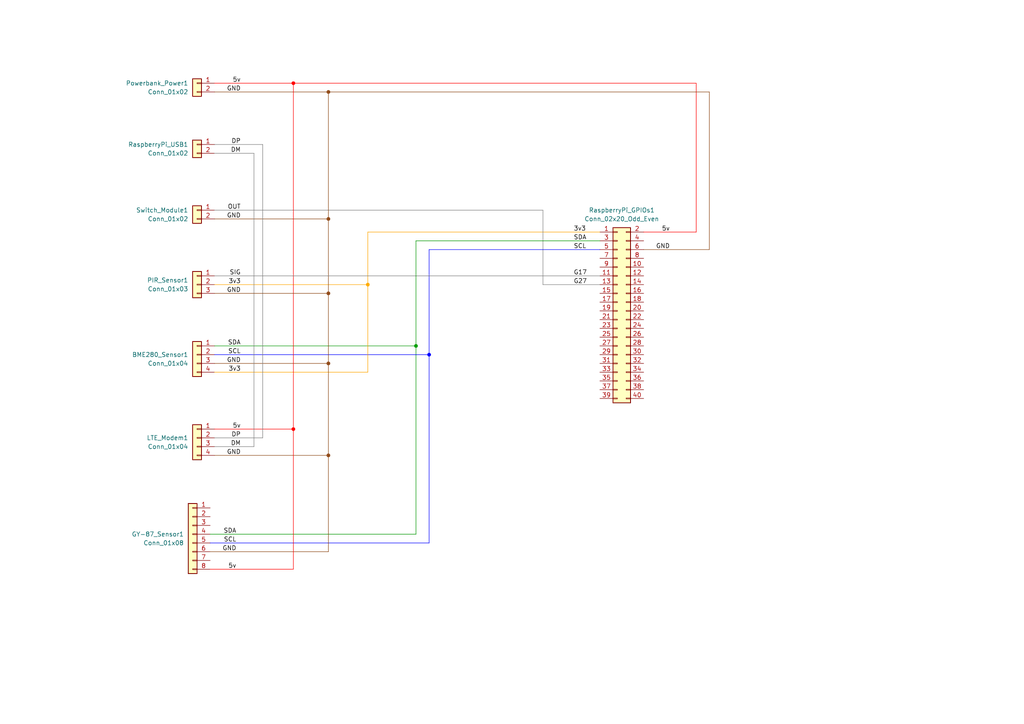
<source format=kicad_sch>
(kicad_sch (version 20231120) (generator "eeschema") (generator_version "8.0")
  (paper "A4")
  (lib_symbols
    (symbol "Conn_01x02_1" (pin_names (offset 1.016) hide)
      (property "Reference" "Powerbank_Power1" (at 2.54 0.0001 0))
      (property "Value" "Conn_01x02" (at 2.54 -2.5399 0))
      (symbol "Conn_01x02_1_1_1"
        (rectangle (start -1.27 -2.413) (end 0 -2.667) (stroke (width 0.1524)))
        (rectangle (start -1.27 0.127) (end 0 -0.127) (stroke (width 0.1524)))
        (rectangle (start -1.27 1.27) (end 1.27 -3.81) (stroke (width 0.254)) (fill (type background)))
        (pin power_in line (at -5.08 0 0) (length 3.81) (name "5V") (number "1"))
        (pin power_in line (at -5.08 -2.54 0) (length 3.81) (name "GND") (number "2"))
      )
    )
    (symbol "Connector_Generic:Conn_01x02" (pin_names (offset 1.016) hide)
      (property "Reference" "J" (at 0 2.54 0))
      (property "Value" "Conn_01x02" (at 0 -5.08 0))
      (symbol "Conn_01x02_1_1"
        (rectangle (start -1.27 -2.413) (end 0 -2.667) (stroke (width 0.1524)))
        (rectangle (start -1.27 0.127) (end 0 -0.127) (stroke (width 0.1524)))
        (rectangle (start -1.27 1.27) (end 1.27 -3.81) (stroke (width 0.254)) (fill (type background)))
        (pin passive line (at -5.08 0 0) (length 3.81) (name "Pin_1") (number "1"))
        (pin passive line (at -5.08 -2.54 0) (length 3.81) (name "Pin_2") (number "2"))
      )
    )
    (symbol "Connector_Generic:Conn_01x03" (pin_names (offset 1.016) hide)
      (property "Reference" "J" (at 0 5.08 0))
      (property "Value" "Conn_01x03" (at 0 -5.08 0))
      (symbol "Conn_01x03_1_1"
        (rectangle (start -1.27 -2.413) (end 0 -2.667) (stroke (width 0.1524)))
        (rectangle (start -1.27 0.127) (end 0 -0.127) (stroke (width 0.1524)))
        (rectangle (start -1.27 2.667) (end 0 2.413) (stroke (width 0.1524)))
        (rectangle (start -1.27 3.81) (end 1.27 -3.81) (stroke (width 0.254)) (fill (type background)))
        (pin passive line (at -5.08 2.54 0) (length 3.81) (name "Pin_1") (number "1"))
        (pin passive line (at -5.08 0 0) (length 3.81) (name "Pin_2") (number "2"))
        (pin passive line (at -5.08 -2.54 0) (length 3.81) (name "Pin_3") (number "3"))
      )
    )
    (symbol "Connector_Generic:Conn_01x04" (pin_names (offset 1.016) hide)
      (property "Reference" "J" (at 0 5.08 0))
      (property "Value" "Conn_01x04" (at 0 -7.62 0))
      (symbol "Conn_01x04_1_1"
        (rectangle (start -1.27 -4.953) (end 0 -5.207) (stroke (width 0.1524)))
        (rectangle (start -1.27 -2.413) (end 0 -2.667) (stroke (width 0.1524)))
        (rectangle (start -1.27 0.127) (end 0 -0.127) (stroke (width 0.1524)))
        (rectangle (start -1.27 2.667) (end 0 2.413) (stroke (width 0.1524)))
        (rectangle (start -1.27 3.81) (end 1.27 -6.35) (stroke (width 0.254)) (fill (type background)))
        (pin passive line (at -5.08 2.54 0) (length 3.81) (name "Pin_1") (number "1"))
        (pin passive line (at -5.08 0 0) (length 3.81) (name "Pin_2") (number "2"))
        (pin passive line (at -5.08 -2.54 0) (length 3.81) (name "Pin_3") (number "3"))
        (pin passive line (at -5.08 -5.08 0) (length 3.81) (name "Pin_4") (number "4"))
      )
    )
    (symbol "Connector_Generic:Conn_01x08" (pin_names (offset 1.016) hide)
      (property "Reference" "J" (at 0 10.16 0))
      (property "Value" "Conn_01x08" (at 0 -12.7 0))
      (symbol "Conn_01x08_1_1"
        (rectangle (start -1.27 -10.033) (end 0 -10.287) (stroke (width 0.1524)))
        (rectangle (start -1.27 -7.493) (end 0 -7.747) (stroke (width 0.1524)))
        (rectangle (start -1.27 -4.953) (end 0 -5.207) (stroke (width 0.1524)))
        (rectangle (start -1.27 -2.413) (end 0 -2.667) (stroke (width 0.1524)))
        (rectangle (start -1.27 0.127) (end 0 -0.127) (stroke (width 0.1524)))
        (rectangle (start -1.27 2.667) (end 0 2.413) (stroke (width 0.1524)))
        (rectangle (start -1.27 5.207) (end 0 4.953) (stroke (width 0.1524)))
        (rectangle (start -1.27 7.747) (end 0 7.493) (stroke (width 0.1524)))
        (rectangle (start -1.27 8.89) (end 1.27 -11.43) (stroke (width 0.254)) (fill (type background)))
        (pin passive line (at -5.08 7.62 0) (length 3.81) (name "Pin_1") (number "1"))
        (pin passive line (at -5.08 5.08 0) (length 3.81) (name "Pin_2") (number "2"))
        (pin passive line (at -5.08 2.54 0) (length 3.81) (name "Pin_3") (number "3"))
        (pin passive line (at -5.08 0 0) (length 3.81) (name "Pin_4") (number "4"))
        (pin passive line (at -5.08 -2.54 0) (length 3.81) (name "Pin_5") (number "5"))
        (pin passive line (at -5.08 -5.08 0) (length 3.81) (name "Pin_6") (number "6"))
        (pin passive line (at -5.08 -7.62 0) (length 3.81) (name "Pin_7") (number "7"))
        (pin passive line (at -5.08 -10.16 0) (length 3.81) (name "Pin_8") (number "8"))
      )
    )
    (symbol "Connector_Generic:Conn_02x20_Odd_Even" (pin_names (offset 1.016) hide)
      (property "Reference" "J" (at 1.27 25.4 0))
      (property "Value" "Conn_02x20_Odd_Even" (at 1.27 -27.94 0))
      (symbol "Conn_02x20_Odd_Even_1_1"
        (rectangle (start -1.27 -25.273) (end 0 -25.527) (stroke (width 0.1524)))
        (rectangle (start -1.27 -22.733) (end 0 -22.987) (stroke (width 0.1524)))
        (rectangle (start -1.27 -20.193) (end 0 -20.447) (stroke (width 0.1524)))
        (rectangle (start -1.27 -17.653) (end 0 -17.907) (stroke (width 0.1524)))
        (rectangle (start -1.27 -15.113) (end 0 -15.367) (stroke (width 0.1524)))
        (rectangle (start -1.27 -12.573) (end 0 -12.827) (stroke (width 0.1524)))
        (rectangle (start -1.27 -10.033) (end 0 -10.287) (stroke (width 0.1524)))
        (rectangle (start -1.27 -7.493) (end 0 -7.747) (stroke (width 0.1524)))
        (rectangle (start -1.27 -4.953) (end 0 -5.207) (stroke (width 0.1524)))
        (rectangle (start -1.27 -2.413) (end 0 -2.667) (stroke (width 0.1524)))
        (rectangle (start -1.27 0.127) (end 0 -0.127) (stroke (width 0.1524)))
        (rectangle (start -1.27 2.667) (end 0 2.413) (stroke (width 0.1524)))
        (rectangle (start -1.27 5.207) (end 0 4.953) (stroke (width 0.1524)))
        (rectangle (start -1.27 7.747) (end 0 7.493) (stroke (width 0.1524)))
        (rectangle (start -1.27 10.287) (end 0 10.033) (stroke (width 0.1524)))
        (rectangle (start -1.27 12.827) (end 0 12.573) (stroke (width 0.1524)))
        (rectangle (start -1.27 15.367) (end 0 15.113) (stroke (width 0.1524)))
        (rectangle (start -1.27 17.907) (end 0 17.653) (stroke (width 0.1524)))
        (rectangle (start -1.27 20.447) (end 0 20.193) (stroke (width 0.1524)))
        (rectangle (start -1.27 22.987) (end 0 22.733) (stroke (width 0.1524)))
        (rectangle (start -1.27 24.13) (end 3.81 -26.67) (stroke (width 0.254)) (fill (type background)))
        (rectangle (start 3.81 -25.273) (end 2.54 -25.527) (stroke (width 0.1524)))
        (rectangle (start 3.81 -22.733) (end 2.54 -22.987) (stroke (width 0.1524)))
        (rectangle (start 3.81 -20.193) (end 2.54 -20.447) (stroke (width 0.1524)))
        (rectangle (start 3.81 -17.653) (end 2.54 -17.907) (stroke (width 0.1524)))
        (rectangle (start 3.81 -15.113) (end 2.54 -15.367) (stroke (width 0.1524)))
        (rectangle (start 3.81 -12.573) (end 2.54 -12.827) (stroke (width 0.1524)))
        (rectangle (start 3.81 -10.033) (end 2.54 -10.287) (stroke (width 0.1524)))
        (rectangle (start 3.81 -7.493) (end 2.54 -7.747) (stroke (width 0.1524)))
        (rectangle (start 3.81 -4.953) (end 2.54 -5.207) (stroke (width 0.1524)))
        (rectangle (start 3.81 -2.413) (end 2.54 -2.667) (stroke (width 0.1524)))
        (rectangle (start 3.81 0.127) (end 2.54 -0.127) (stroke (width 0.1524)))
        (rectangle (start 3.81 2.667) (end 2.54 2.413) (stroke (width 0.1524)))
        (rectangle (start 3.81 5.207) (end 2.54 4.953) (stroke (width 0.1524)))
        (rectangle (start 3.81 7.747) (end 2.54 7.493) (stroke (width 0.1524)))
        (rectangle (start 3.81 10.287) (end 2.54 10.033) (stroke (width 0.1524)))
        (rectangle (start 3.81 12.827) (end 2.54 12.573) (stroke (width 0.1524)))
        (rectangle (start 3.81 15.367) (end 2.54 15.113) (stroke (width 0.1524)))
        (rectangle (start 3.81 17.907) (end 2.54 17.653) (stroke (width 0.1524)))
        (rectangle (start 3.81 20.447) (end 2.54 20.193) (stroke (width 0.1524)))
        (rectangle (start 3.81 22.987) (end 2.54 22.733) (stroke (width 0.1524)))
        (pin passive line (at -5.08 22.86 0) (length 3.81) (name "Pin_1") (number "1"))
        (pin passive line (at 7.62 12.7 180) (length 3.81) (name "Pin_10") (number "10"))
        (pin passive line (at -5.08 10.16 0) (length 3.81) (name "Pin_11") (number "11"))
        (pin passive line (at 7.62 10.16 180) (length 3.81) (name "Pin_12") (number "12"))
        (pin passive line (at -5.08 7.62 0) (length 3.81) (name "Pin_13") (number "13"))
        (pin passive line (at 7.62 7.62 180) (length 3.81) (name "Pin_14") (number "14"))
        (pin passive line (at -5.08 5.08 0) (length 3.81) (name "Pin_15") (number "15"))
        (pin passive line (at 7.62 5.08 180) (length 3.81) (name "Pin_16") (number "16"))
        (pin passive line (at -5.08 2.54 0) (length 3.81) (name "Pin_17") (number "17"))
        (pin passive line (at 7.62 2.54 180) (length 3.81) (name "Pin_18") (number "18"))
        (pin passive line (at -5.08 0 0) (length 3.81) (name "Pin_19") (number "19"))
        (pin passive line (at 7.62 22.86 180) (length 3.81) (name "Pin_2") (number "2"))
        (pin passive line (at 7.62 0 180) (length 3.81) (name "Pin_20") (number "20"))
        (pin passive line (at -5.08 -2.54 0) (length 3.81) (name "Pin_21") (number "21"))
        (pin passive line (at 7.62 -2.54 180) (length 3.81) (name "Pin_22") (number "22"))
        (pin passive line (at -5.08 -5.08 0) (length 3.81) (name "Pin_23") (number "23"))
        (pin passive line (at 7.62 -5.08 180) (length 3.81) (name "Pin_24") (number "24"))
        (pin passive line (at -5.08 -7.62 0) (length 3.81) (name "Pin_25") (number "25"))
        (pin passive line (at 7.62 -7.62 180) (length 3.81) (name "Pin_26") (number "26"))
        (pin passive line (at -5.08 -10.16 0) (length 3.81) (name "Pin_27") (number "27"))
        (pin passive line (at 7.62 -10.16 180) (length 3.81) (name "Pin_28") (number "28"))
        (pin passive line (at -5.08 -12.7 0) (length 3.81) (name "Pin_29") (number "29"))
        (pin passive line (at -5.08 20.32 0) (length 3.81) (name "Pin_3") (number "3"))
        (pin passive line (at 7.62 -12.7 180) (length 3.81) (name "Pin_30") (number "30"))
        (pin passive line (at -5.08 -15.24 0) (length 3.81) (name "Pin_31") (number "31"))
        (pin passive line (at 7.62 -15.24 180) (length 3.81) (name "Pin_32") (number "32"))
        (pin passive line (at -5.08 -17.78 0) (length 3.81) (name "Pin_33") (number "33"))
        (pin passive line (at 7.62 -17.78 180) (length 3.81) (name "Pin_34") (number "34"))
        (pin passive line (at -5.08 -20.32 0) (length 3.81) (name "Pin_35") (number "35"))
        (pin passive line (at 7.62 -20.32 180) (length 3.81) (name "Pin_36") (number "36"))
        (pin passive line (at -5.08 -22.86 0) (length 3.81) (name "Pin_37") (number "37"))
        (pin passive line (at 7.62 -22.86 180) (length 3.81) (name "Pin_38") (number "38"))
        (pin passive line (at -5.08 -25.4 0) (length 3.81) (name "Pin_39") (number "39"))
        (pin passive line (at 7.62 20.32 180) (length 3.81) (name "Pin_4") (number "4"))
        (pin passive line (at 7.62 -25.4 180) (length 3.81) (name "Pin_40") (number "40"))
        (pin passive line (at -5.08 17.78 0) (length 3.81) (name "Pin_5") (number "5"))
        (pin passive line (at 7.62 17.78 180) (length 3.81) (name "Pin_6") (number "6"))
        (pin passive line (at -5.08 15.24 0) (length 3.81) (name "Pin_7") (number "7"))
        (pin passive line (at 7.62 15.24 180) (length 3.81) (name "Pin_8") (number "8"))
        (pin passive line (at -5.08 12.7 0) (length 3.81) (name "Pin_9") (number "9"))
      )
    )
  )
  (junction (at 95.25 85.09) (color 139 69 19 1))
  (junction (at 106.68 82.55) (color 255 165 0 1))
  (junction (at 95.25 132.08) (color 139 69 19 1))
  (junction (at 95.25 63.5) (color 139 69 19 1))
  (junction (at 85.09 124.46) (color 255 0 0 1))
  (junction (at 120.65 100.33))
  (junction (at 124.46 102.87) (color 0 0 255 1))
  (junction (at 95.25 105.41) (color 139 69 19 1))
  (junction (at 95.25 26.67) (color 139 69 19 1))
  (junction (at 85.09 24.13) (color 255 0 0 1))
  (wire (pts (xy 95.25 26.67) (xy 95.25 63.5)) (stroke (width 0) (color 139 69 19 1)))
  (wire (pts (xy 76.2 127) (xy 76.2 41.91)) (stroke (width 0) (color 128 128 128 1)))
  (wire (pts (xy 106.68 82.55) (xy 106.68 67.31)) (stroke (width 0) (color 255 165 0 1)))
  (wire (pts (xy 62.23 63.5) (xy 95.25 63.5)) (stroke (width 0) (color 139 69 19 1)))
  (wire (pts (xy 186.69 72.39) (xy 205.74 72.39)) (stroke (width 0) (color 139 69 19 1)))
  (wire (pts (xy 120.65 69.85) (xy 173.99 69.85)))
  (wire (pts (xy 73.66 44.45) (xy 73.66 129.54)) (stroke (width 0) (color 128 128 128 1)))
  (wire (pts (xy 120.65 154.94) (xy 120.65 100.33)))
  (wire (pts (xy 95.25 160.02) (xy 95.25 132.08)) (stroke (width 0) (color 139 69 19 1)))
  (wire (pts (xy 62.23 82.55) (xy 106.68 82.55)) (stroke (width 0) (color 255 165 0 1)))
  (wire (pts (xy 60.96 160.02) (xy 95.25 160.02)) (stroke (width 0) (color 139 69 19 1)))
  (wire (pts (xy 85.09 124.46) (xy 85.09 24.13)) (stroke (width 0) (color 255 0 0 1)))
  (wire (pts (xy 95.25 132.08) (xy 95.25 105.41)) (stroke (width 0) (color 139 69 19 1)))
  (wire (pts (xy 124.46 72.39) (xy 173.99 72.39)) (stroke (width 0) (color 0 0 255 1)))
  (wire (pts (xy 62.23 60.96) (xy 157.48 60.96)) (stroke (width 0) (color 128 128 128 1)))
  (wire (pts (xy 95.25 105.41) (xy 95.25 85.09)) (stroke (width 0) (color 139 69 19 1)))
  (wire (pts (xy 106.68 67.31) (xy 173.99 67.31)) (stroke (width 0) (color 255 165 0 1)))
  (wire (pts (xy 62.23 105.41) (xy 95.25 105.41)) (stroke (width 0) (color 139 69 19 1)))
  (wire (pts (xy 124.46 157.48) (xy 124.46 102.87)) (stroke (width 0) (color 0 0 255 1)))
  (wire (pts (xy 62.23 102.87) (xy 124.46 102.87)) (stroke (width 0) (color 0 0 255 1)))
  (wire (pts (xy 186.69 67.31) (xy 201.93 67.31)) (stroke (width 0) (color 255 0 0 1)))
  (wire (pts (xy 62.23 100.33) (xy 120.65 100.33)))
  (wire (pts (xy 60.96 165.1) (xy 85.09 165.1)) (stroke (width 0) (color 255 0 0 1)))
  (wire (pts (xy 62.23 44.45) (xy 73.66 44.45)) (stroke (width 0) (color 128 128 128 1)))
  (wire (pts (xy 62.23 24.13) (xy 85.09 24.13)) (stroke (width 0) (color 255 0 0 1)))
  (wire (pts (xy 205.74 26.67) (xy 205.74 72.39)) (stroke (width 0) (color 139 69 19 1)))
  (wire (pts (xy 157.48 82.55) (xy 173.99 82.55)) (stroke (width 0) (color 128 128 128 1)))
  (wire (pts (xy 62.23 124.46) (xy 85.09 124.46)) (stroke (width 0) (color 255 0 0 1)))
  (wire (pts (xy 95.25 63.5) (xy 95.25 85.09)) (stroke (width 0) (color 139 69 19 1)))
  (wire (pts (xy 62.23 127) (xy 76.2 127)) (stroke (width 0) (color 128 128 128 1)))
  (wire (pts (xy 120.65 69.85) (xy 120.65 100.33)))
  (wire (pts (xy 62.23 80.01) (xy 173.99 80.01)) (stroke (width 0) (color 128 128 128 1)))
  (wire (pts (xy 62.23 41.91) (xy 76.2 41.91)) (stroke (width 0) (color 128 128 128 1)))
  (wire (pts (xy 62.23 129.54) (xy 73.66 129.54)) (stroke (width 0) (color 128 128 128 1)))
  (wire (pts (xy 62.23 26.67) (xy 95.25 26.67)) (stroke (width 0) (color 139 69 19 1)))
  (wire (pts (xy 62.23 132.08) (xy 95.25 132.08)) (stroke (width 0) (color 139 69 19 1)))
  (wire (pts (xy 62.23 107.95) (xy 106.68 107.95)) (stroke (width 0) (color 255 165 0 1)))
  (wire (pts (xy 85.09 124.46) (xy 85.09 165.1)) (stroke (width 0) (color 255 0 0 1)))
  (wire (pts (xy 124.46 72.39) (xy 124.46 102.87)) (stroke (width 0) (color 0 0 255 1)))
  (wire (pts (xy 106.68 107.95) (xy 106.68 82.55)) (stroke (width 0) (color 255 165 0 1)))
  (wire (pts (xy 60.96 154.94) (xy 120.65 154.94)))
  (wire (pts (xy 95.25 26.67) (xy 205.74 26.67)) (stroke (width 0) (color 139 69 19 1)))
  (wire (pts (xy 85.09 24.13) (xy 201.93 24.13)) (stroke (width 0) (color 255 0 0 1)))
  (wire (pts (xy 62.23 85.09) (xy 95.25 85.09)) (stroke (width 0) (color 139 69 19 1)))
  (wire (pts (xy 201.93 24.13) (xy 201.93 67.31)) (stroke (width 0) (color 255 0 0 1)))
  (wire (pts (xy 60.96 157.48) (xy 124.46 157.48)) (stroke (width 0) (color 0 0 255 1)))
  (wire (pts (xy 157.48 60.96) (xy 157.48 82.55)) (stroke (width 0) (color 128 128 128 1)))
  (label "DM" (at 69.85 129.54 180))
  (label "SDA" (at 69.85 100.33 180))
  (label "GND" (at 69.85 63.5 180))
  (label "5v" (at 69.85 24.13 180))
  (label "SIG" (at 69.85 80.01 180))
  (label "GND" (at 68.58 160.02 180))
  (label "G17" (at 166.37 80.01 0))
  (label "G27" (at 166.37 82.55 0))
  (label "SCL" (at 68.58 157.48 180))
  (label "5v" (at 194.31 67.31 180))
  (label "SCL" (at 69.85 102.87 180))
  (label "GND" (at 69.85 105.41 180))
  (label "GND" (at 194.31 72.39 180))
  (label "GND" (at 69.85 26.67 180))
  (label "OUT" (at 69.85 60.96 180))
  (label "3v3" (at 69.85 107.95 180))
  (label "SDA" (at 166.37 69.85 0))
  (label "GND" (at 69.85 85.09 180))
  (label "DM" (at 69.85 44.45 180))
  (label "3v3" (at 69.85 82.55 180))
  (label "SDA" (at 68.58 154.94 180))
  (label "GND" (at 69.85 132.08 180))
  (label "DP" (at 69.85 127 180))
  (label "5v" (at 69.85 124.46 180))
  (label "DP" (at 69.85 41.91 180))
  (label "SCL" (at 166.37 72.39 0))
  (label "3v3" (at 166.37 67.31 0))
  (label "5v" (at 68.58 165.1 180))
  (symbol (lib_id "Connector_Generic:Conn_01x04") (at 57.15 127 0) (mirror y) (unit 1)
    (property "Reference" "LTE_Modem1" (at 54.61 126.9999 0) (effects (justify left)))
    (property "Value" "Conn_01x04" (at 54.61 129.5399 0) (effects (justify left)))
    (property "Footprint" "Connector_PinHeader_2.54mm:PinHeader_1x04_P2.54mm_Vertical" (effects (hide yes)))
    (property "Description" "Generic connector, single row, 01x04, script generated (kicad-library-utils/schlib/autogen/connector/)" (effects (hide yes)))
  )
  (symbol (lib_id "Connector_Generic:Conn_01x04") (at 57.15 102.87 0) (mirror y) (unit 1)
    (property "Reference" "BME280_Sensor1" (at 54.61 102.8699 0) (effects (justify left)))
    (property "Value" "Conn_01x04" (at 54.61 105.4099 0) (effects (justify left)))
    (property "Footprint" "Connector_PinHeader_2.54mm:PinHeader_1x04_P2.54mm_Vertical" (effects (hide yes)))
    (property "Description" "Generic connector, single row, 01x04, script generated (kicad-library-utils/schlib/autogen/connector/)" (effects (hide yes)))
  )
  (symbol (lib_id "Connector_Generic:Conn_01x08") (at 55.88 154.94 0) (mirror y) (unit 1)
    (property "Reference" "GY-87_Sensor1" (at 53.34 154.9399 0) (effects (justify left)))
    (property "Value" "Conn_01x08" (at 53.34 157.4799 0) (effects (justify left)))
    (property "Footprint" "Connector_PinHeader_2.54mm:PinHeader_1x08_P2.54mm_Vertical" (effects (hide yes)))
    (property "Description" "Generic connector, single row, 01x08, script generated (kicad-library-utils/schlib/autogen/connector/)" (effects (hide yes)))
  )
  (symbol (lib_id "Connector_Generic:Conn_01x02") (at 57.15 41.91 0) (mirror y) (unit 1)
    (property "Reference" "RaspberryPi_USB1" (at 54.61 41.9099 0) (effects (justify left)))
    (property "Value" "Conn_01x02" (at 54.61 44.4499 0) (effects (justify left)))
    (property "Footprint" "Connector_PinHeader_2.54mm:PinHeader_1x02_P2.54mm_Vertical" (effects (hide yes)))
    (property "Description" "Generic connector, single row, 01x02, script generated (kicad-library-utils/schlib/autogen/connector/)" (effects (hide yes)))
  )
  (symbol (lib_name "Conn_01x02_1") (lib_id "Connector_Generic:Conn_01x02") (at 57.15 24.13 0) (mirror y) (unit 1)
    (property "Reference" "Powerbank_Power1" (at 54.61 24.1299 0) (effects (justify left)))
    (property "Value" "Conn_01x02" (at 54.61 26.6699 0) (effects (justify left)))
    (property "Footprint" "Connector_PinHeader_2.54mm:PinHeader_1x02_P2.54mm_Vertical" (effects (hide yes)))
    (property "Description" "Generic connector, single row, 01x02, script generated (kicad-library-utils/schlib/autogen/connector/)" (effects (hide yes)))
  )
  (symbol (lib_id "Connector_Generic:Conn_02x20_Odd_Even") (at 179.07 90.17 0) (unit 1)
    (property "Reference" "RaspberryPi_GPIOs1" (at 180.34 60.96 0))
    (property "Value" "Conn_02x20_Odd_Even" (at 180.34 63.5 0))
    (property "Footprint" "Connector_PinHeader_2.54mm:PinHeader_2x20_P2.54mm_Vertical" (effects (hide yes)))
    (property "Description" "Generic connector, double row, 02x20, odd/even pin numbering scheme (row 1 odd numbers, row 2 even numbers), script generated (kicad-library-utils/schlib/autogen/connector/)" (effects (hide yes)))
  )
  (symbol (lib_id "Connector_Generic:Conn_01x03") (at 57.15 82.55 0) (mirror y) (unit 1)
    (property "Reference" "PIR_Sensor1" (at 54.61 81.2799 0) (effects (justify left)))
    (property "Value" "Conn_01x03" (at 54.61 83.8199 0) (effects (justify left)))
    (property "Footprint" "Connector_PinHeader_2.54mm:PinHeader_1x03_P2.54mm_Vertical" (effects (hide yes)))
    (property "Description" "Generic connector, single row, 01x03, script generated (kicad-library-utils/schlib/autogen/connector/)" (effects (hide yes)))
  )
  (symbol (lib_id "Connector_Generic:Conn_01x02") (at 57.15 60.96 0) (mirror y) (unit 1)
    (property "Reference" "Switch_Module1" (at 54.61 60.9599 0) (effects (justify left)))
    (property "Value" "Conn_01x02" (at 54.61 63.4999 0) (effects (justify left)))
    (property "Footprint" "Connector_PinHeader_2.54mm:PinHeader_1x02_P2.54mm_Vertical" (effects (hide yes)))
    (property "Description" "Generic connector, single row, 01x02, script generated (kicad-library-utils/schlib/autogen/connector/)" (effects (hide yes)))
  )
)
</source>
